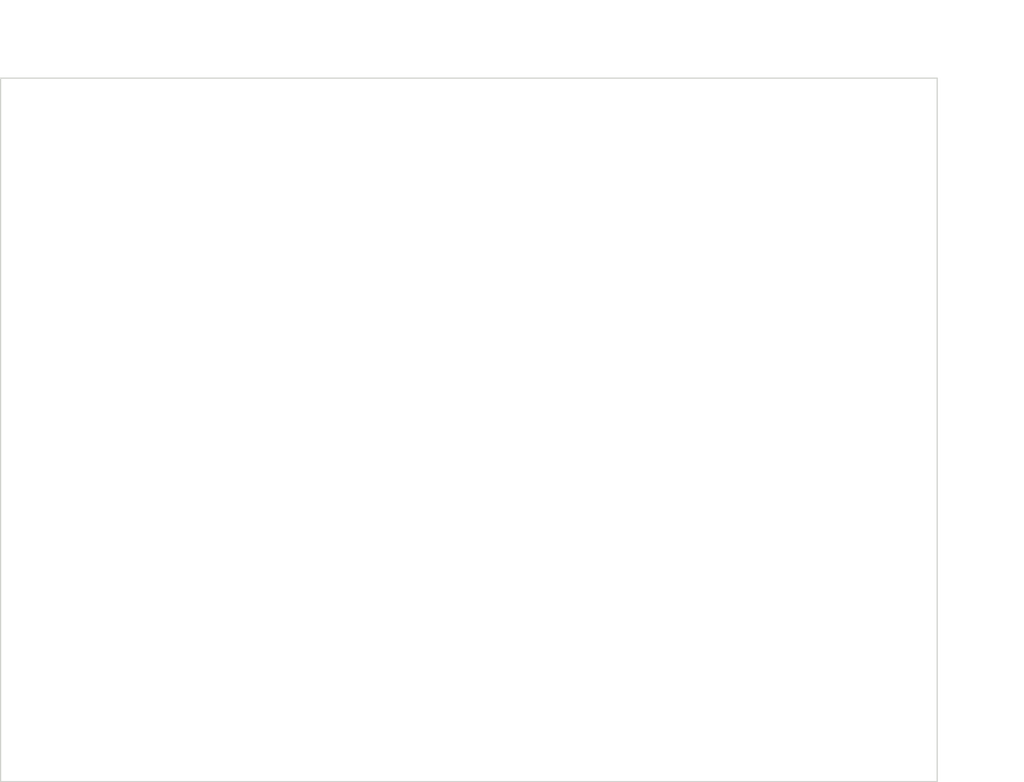
<source format=kicad_pcb>
(kicad_pcb (version 20171130) (host pcbnew "(5.1.0)-1")

  (general
    (thickness 1.6)
    (drawings 16)
    (tracks 0)
    (zones 0)
    (modules 0)
    (nets 1)
  )

  (page A4)
  (layers
    (0 F.Cu signal)
    (31 B.Cu signal)
    (32 B.Adhes user)
    (33 F.Adhes user)
    (34 B.Paste user)
    (35 F.Paste user)
    (36 B.SilkS user)
    (37 F.SilkS user)
    (38 B.Mask user)
    (39 F.Mask user)
    (40 Dwgs.User user)
    (41 Cmts.User user)
    (42 Eco1.User user)
    (43 Eco2.User user)
    (44 Edge.Cuts user)
    (45 Margin user)
    (46 B.CrtYd user)
    (47 F.CrtYd user)
    (48 B.Fab user)
    (49 F.Fab user)
  )

  (setup
    (last_trace_width 0.25)
    (trace_clearance 0.2)
    (zone_clearance 0.508)
    (zone_45_only no)
    (trace_min 0.2)
    (via_size 0.8)
    (via_drill 0.4)
    (via_min_size 0.4)
    (via_min_drill 0.3)
    (uvia_size 0.3)
    (uvia_drill 0.1)
    (uvias_allowed no)
    (uvia_min_size 0.2)
    (uvia_min_drill 0.1)
    (edge_width 0.05)
    (segment_width 0.2)
    (pcb_text_width 0.3)
    (pcb_text_size 1.5 1.5)
    (mod_edge_width 0.12)
    (mod_text_size 1 1)
    (mod_text_width 0.15)
    (pad_size 1.524 1.524)
    (pad_drill 0.762)
    (pad_to_mask_clearance 0.051)
    (solder_mask_min_width 0.25)
    (aux_axis_origin 0 0)
    (visible_elements FFFFFF7F)
    (pcbplotparams
      (layerselection 0x010fc_ffffffff)
      (usegerberextensions false)
      (usegerberattributes false)
      (usegerberadvancedattributes false)
      (creategerberjobfile false)
      (excludeedgelayer true)
      (linewidth 0.152400)
      (plotframeref false)
      (viasonmask false)
      (mode 1)
      (useauxorigin false)
      (hpglpennumber 1)
      (hpglpenspeed 20)
      (hpglpendiameter 15.000000)
      (psnegative false)
      (psa4output false)
      (plotreference true)
      (plotvalue true)
      (plotinvisibletext false)
      (padsonsilk false)
      (subtractmaskfromsilk false)
      (outputformat 1)
      (mirror false)
      (drillshape 1)
      (scaleselection 1)
      (outputdirectory ""))
  )

  (net 0 "")

  (net_class Default "This is the default net class."
    (clearance 0.2)
    (trace_width 0.25)
    (via_dia 0.8)
    (via_drill 0.4)
    (uvia_dia 0.3)
    (uvia_drill 0.1)
  )

  (gr_line (start 63.360446 156.387195) (end 222.360446 156.387195) (layer Edge.Cuts) (width 0.2))
  (gr_line (start 222.360446 156.387195) (end 222.360446 36.887195) (layer Edge.Cuts) (width 0.2))
  (gr_line (start 222.360446 36.887195) (end 63.360446 36.887195) (layer Edge.Cuts) (width 0.2))
  (gr_line (start 63.360446 36.887195) (end 63.360446 156.387195) (layer Edge.Cuts) (width 0.2))
  (gr_text [4.70] (at 232.360446 128.526657) (layer Dwgs.User)
    (effects (font (size 1.7 1.53) (thickness 0.2125)))
  )
  (gr_text " 119.50" (at 232.360446 124.969221) (layer Dwgs.User)
    (effects (font (size 1.7 1.53) (thickness 0.2125)))
  )
  (gr_line (start 232.360446 38.887195) (end 232.360446 123.07976) (layer Dwgs.User) (width 0.2))
  (gr_line (start 232.360446 154.387195) (end 232.360446 130.194631) (layer Dwgs.User) (width 0.2))
  (gr_line (start 223.360446 36.887195) (end 235.535446 36.887195) (layer Dwgs.User) (width 0.2))
  (gr_line (start 223.360446 156.387195) (end 235.535446 156.387195) (layer Dwgs.User) (width 0.2))
  (gr_text [6.26] (at 182.860446 28.776657) (layer Dwgs.User)
    (effects (font (size 1.7 1.53) (thickness 0.2125)))
  )
  (gr_text " 159.00" (at 182.860446 25.219221) (layer Dwgs.User)
    (effects (font (size 1.7 1.53) (thickness 0.2125)))
  )
  (gr_line (start 65.360446 26.887195) (end 178.155432 26.887195) (layer Dwgs.User) (width 0.2))
  (gr_line (start 220.360446 26.887195) (end 187.56546 26.887195) (layer Dwgs.User) (width 0.2))
  (gr_line (start 63.360446 35.887195) (end 63.360446 23.712195) (layer Dwgs.User) (width 0.2))
  (gr_line (start 222.360446 35.887195) (end 222.360446 23.712195) (layer Dwgs.User) (width 0.2))

)

</source>
